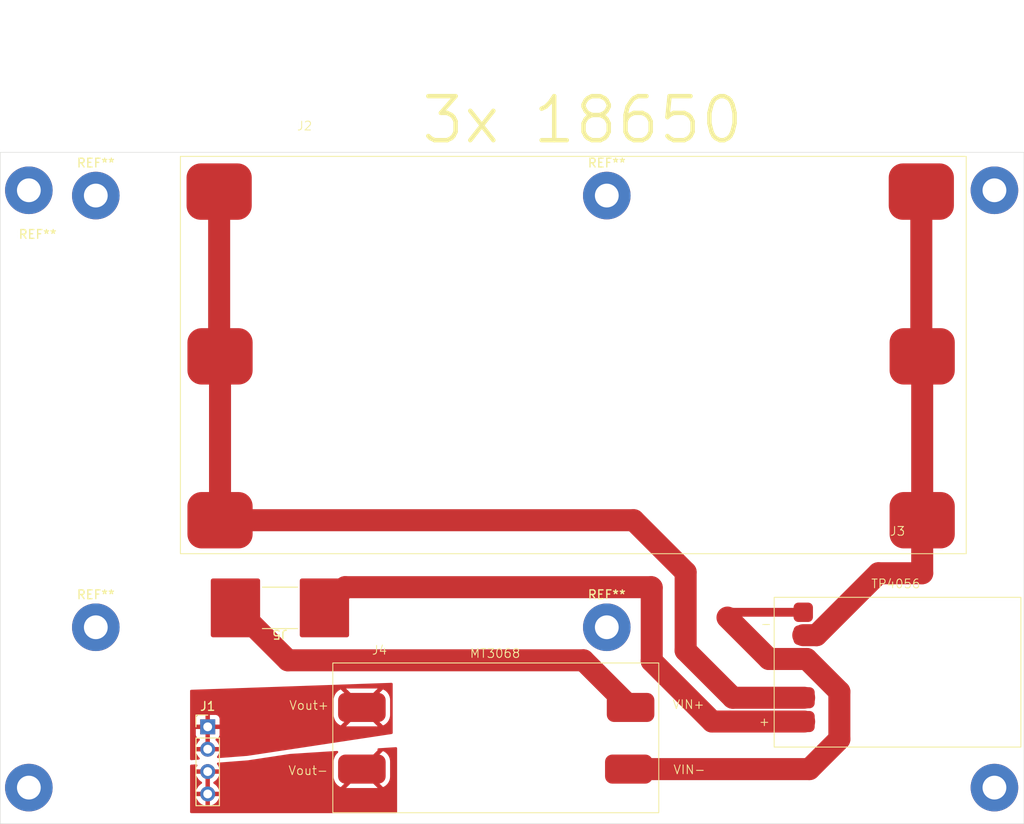
<source format=kicad_pcb>
(kicad_pcb (version 20240108) (generator "pcbnew") (generator_version "8.0")
  (layers (0 "F.Cu" signal) (31 "B.Cu" signal) (34 "B.Paste" user) (35 "F.Paste" user) (36 "B.SilkS" user "B.Silkscreen") (37 "F.SilkS" user "F.Silkscreen") (38 "B.Mask" user) (39 "F.Mask" user) (44 "Edge.Cuts" user))
  (net 0 "")
  (net 1 "GND")
  (net 2 "+5V")
  (net 3 "Bat+")
  (net 4 "Bat-")
  (net 5 "Out-")
  (net 6 "Out+")
  (net 7 "Net-(J3-Pin_4)")
  (footprint "" (layer "F.Cu") (at 219.3 109.1)
    (property "Reference" "" (at 0 0 0) (layer "F.SilkS") (effects (font (size 1.27 1.27))))
    (property "Value" "")
    (pad "1" thru_hole circle (at 0 0) (size 5.4 5.4) (drill 2.7) (layers "*.Cu" "*.Mask"))
  )
  (footprint "" (layer "F.Cu") (at 219.3 41.3)
    (property "Reference" "" (at 0 0 0) (layer "F.SilkS") (effects (font (size 1.27 1.27))))
    (property "Value" "")
    (pad "1" thru_hole circle (at 0 0) (size 5.4 5.4) (drill 2.7) (layers "*.Cu" "*.Mask"))
  )
  (footprint "MountingHole:MountingHole_2.7mm_Pad" (layer "F.Cu") (at 175.3 90.9)
    (property "Reference" "REF**" (at 0 -3.7 0) (layer "F.SilkS"))
    (property "Value" "MountingHole_2.7mm_Pad")
    (pad "1" thru_hole circle (at 0 0) (size 5.4 5.4) (drill 2.7) (layers "*.Cu" "*.Mask"))
  )
  (footprint "" (layer "F.Cu") (at 109.7 109.1)
    (property "Reference" "" (at 0 0 0) (layer "F.SilkS") (effects (font (size 1.27 1.27))))
    (property "Value" "")
    (pad "1" thru_hole circle (at 0 0) (size 5.4 5.4) (drill 2.7) (layers "*.Cu" "*.Mask"))
  )
  (footprint "TP4056:TP4056-module" (layer "F.Cu") (at 208.3 96)
    (property "Reference" "J3" (at 0 -16 0) (layer "F.SilkS") (effects (font (thickness 0.1))))
    (property "Value" "Conn_01x04_Pin")
    (fp_rect (start -14 -8.5) (end 14 8.5) (stroke (width 0.1)) (fill none) (layer "F.SilkS"))
    (fp_text user "-" (at -15.6 -4.9 0) (layer "F.SilkS") (effects (font (thickness 0.1)) (justify left bottom)))
    (fp_text user "+" (at -15.8 6.2 0) (layer "F.SilkS") (effects (font (thickness 0.1)) (justify left bottom)))
    (fp_text user "TP4056" (at -3.05 -9.45 0) (layer "F.SilkS") (effects (font (thickness 0.1)) (justify left bottom)))
    (pad "1" smd roundrect (at -10.7 -6.8) (size 2.2 2.2) (layers "F.Cu" "F.Paste" "F.Mask") (net 5 "Out-"))
    (pad "2" smd roundrect (at -10.6 2.9) (size 2.4 2.4) (layers "F.Cu" "F.Paste" "F.Mask") (net 3 "Bat+"))
    (pad "3" smd roundrect (at -10.7 -4.2) (size 2.2 2.2) (layers "F.Cu" "F.Paste" "F.Mask") (net 4 "Bat-"))
    (pad "4" smd roundrect (at -10.6 5.6) (size 2.4 2.4) (layers "F.Cu" "F.Paste" "F.Mask") (net 7 "Net-(J3-Pin_4)"))
  )
  (footprint "MountingHole:MountingHole_2.7mm_Pad" (layer "F.Cu") (at 117.3 90.9)
    (property "Reference" "REF**" (at 0 -3.7 0) (layer "F.SilkS"))
    (property "Value" "MountingHole_2.7mm_Pad")
    (pad "1" thru_hole circle (at 0 0) (size 5.4 5.4) (drill 2.7) (layers "*.Cu" "*.Mask"))
  )
  (footprint "MountingHole:MountingHole_2.7mm_Pad" (layer "F.Cu") (at 175.3 41.9)
    (property "Reference" "REF**" (at 0 -3.7 0) (layer "F.SilkS"))
    (property "Value" "MountingHole_2.7mm_Pad")
    (pad "1" thru_hole circle (at 0 0) (size 5.4 5.4) (drill 2.7) (layers "*.Cu" "*.Mask"))
  )
  (footprint "Connector_PinHeader_2.54mm:PinHeader_1x04_P2.54mm_Vertical" (layer "F.Cu") (at 130 102.2)
    (property "Reference" "J1" (at 0 -2.33 0) (layer "F.SilkS"))
    (property "Value" "RPi 4B+")
    (fp_line (start -1.33 -1.33) (end 0 -1.33) (stroke (width 0.12)) (layer "F.SilkS"))
    (fp_line (start -1.33 0) (end -1.33 -1.33) (stroke (width 0.12)) (layer "F.SilkS"))
    (fp_line (start -1.33 1.27) (end -1.33 8.95) (stroke (width 0.12)) (layer "F.SilkS"))
    (fp_line (start -1.33 1.27) (end 1.33 1.27) (stroke (width 0.12)) (layer "F.SilkS"))
    (fp_line (start -1.33 8.95) (end 1.33 8.95) (stroke (width 0.12)) (layer "F.SilkS"))
    (fp_line (start 1.33 1.27) (end 1.33 8.95) (stroke (width 0.12)) (layer "F.SilkS"))
    (pad "1" thru_hole rect (at 0 0) (size 1.7 1.7) (drill 1) (layers "*.Cu" "*.Mask") (net 2 "+5V"))
    (pad "2" thru_hole oval (at 0 2.54) (size 1.7 1.7) (drill 1) (layers "*.Cu" "*.Mask") (net 2 "+5V"))
    (pad "3" thru_hole oval (at 0 5.08) (size 1.7 1.7) (drill 1) (layers "*.Cu" "*.Mask") (net 1 "GND"))
    (pad "4" thru_hole oval (at 0 7.62) (size 1.7 1.7) (drill 1) (layers "*.Cu" "*.Mask") (net 1 "GND"))
  )
  (footprint "MountingHole:MountingHole_2.7mm_Pad" (layer "F.Cu") (at 117.3 41.9)
    (property "Reference" "REF**" (at 0 -3.7 0) (layer "F.SilkS"))
    (property "Value" "MountingHole_2.7mm_Pad")
    (pad "1" thru_hole circle (at 0 0) (size 5.4 5.4) (drill 2.7) (layers "*.Cu" "*.Mask"))
  )
  (footprint "TP4056:18650s 3x" (layer "F.Cu") (at 127.6 38.35)
    (property "Reference" "J2" (at 13.4 -4.35 0) (layer "F.SilkS") (effects (font (thickness 0.1))))
    (property "Value" "Battery")
    (fp_rect (start -0.7 -0.9) (end 88.5 44.2) (stroke (width 0.1)) (fill none) (layer "F.SilkS"))
    (fp_text user "3x 18650" (at 26.4 -2.1 0) (layer "F.SilkS") (effects (font (size 5 5) (thickness 0.5)) (justify left bottom)))
    (pad "1" smd roundrect (at 3.7 3.1) (size 7.4 6.4) (layers "F.Cu" "F.Paste" "F.Mask") (net 3 "Bat+"))
    (pad "1" smd roundrect (at 3.8 21.8) (size 7.4 6.4) (layers "F.Cu" "F.Paste" "F.Mask") (net 3 "Bat+"))
    (pad "1" smd roundrect (at 3.8 40.4) (size 7.4 6.4) (layers "F.Cu" "F.Paste" "F.Mask") (net 3 "Bat+"))
    (pad "2" smd roundrect (at 83.4 3.1) (size 7.4 6.4) (layers "F.Cu" "F.Paste" "F.Mask") (net 4 "Bat-"))
    (pad "2" smd roundrect (at 83.5 21.8) (size 7.4 6.4) (layers "F.Cu" "F.Paste" "F.Mask") (net 4 "Bat-"))
    (pad "2" smd roundrect (at 83.5 40.4) (size 7.4 6.4) (layers "F.Cu" "F.Paste" "F.Mask") (net 4 "Bat-"))
  )
  (footprint "Fuse:Fuse_Littelfuse-NANO2-462" (layer "F.Cu") (at 138.2 88.7 180)
    (property "Reference" "J5" (at 0 -3 180) (layer "F.SilkS"))
    (property "Value" "Switch on/off")
    (fp_line (start -1.99 2.35) (end 1.99 2.35) (stroke (width 0.12)) (layer "F.SilkS"))
    (fp_line (start -1.99 -2.35) (end 1.99 -2.35) (stroke (width 0.12)) (layer "F.SilkS"))
    (pad "1" smd roundrect (at -5.05 0 180) (size 5.6 6.68) (layers "F.Cu" "F.Paste" "F.Mask") (roundrect_rratio 0.04464285714) (net 7 "Net-(J3-Pin_4)"))
    (pad "2" smd roundrect (at 5.05 0 180) (size 5.6 6.68) (layers "F.Cu" "F.Paste" "F.Mask") (roundrect_rratio 0.04464285714) (net 6 "Out+"))
  )
  (footprint "MountingHole:MountingHole_2.7mm_Pad" (layer "F.Cu") (at 109.7 41.3)
    (property "Reference" "REF**" (at 1 5 0) (layer "F.SilkS"))
    (property "Value" "MountingHole_2.7mm_Pad")
    (pad "1" thru_hole circle (at 0 0) (size 5.4 5.4) (drill 2.7) (layers "*.Cu" "*.Mask"))
  )
  (footprint "TP4056:MT3068" (layer "F.Cu") (at 162.7 103.45)
    (property "Reference" "J4" (at -13.2 -9.95 0) (layer "F.SilkS") (effects (font (thickness 0.1))))
    (property "Value" "MT3068")
    (fp_rect (start -18.5 -8.5) (end 18.5 8.5) (stroke (width 0.1)) (fill none) (layer "F.SilkS"))
    (fp_text user "Vout+" (at -23.5 -3.1 0) (layer "F.SilkS") (effects (font (thickness 0.1)) (justify left bottom)))
    (fp_text user "Vout-" (at -23.6 4.3 0) (layer "F.SilkS") (effects (font (thickness 0.1)) (justify left bottom)))
    (fp_text user "VIN-" (at 20.1 4.2 0) (layer "F.SilkS") (effects (font (thickness 0.1)) (justify left bottom)))
    (fp_text user "MT3068" (at -3 -9 0) (layer "F.SilkS") (effects (font (thickness 0.1)) (justify left bottom)))
    (fp_text user "VIN+" (at 20 -3.2 0) (layer "F.SilkS") (effects (font (thickness 0.1)) (justify left bottom)))
    (pad "1" smd roundrect (at -15.2 -3.45) (size 5.4 3.3) (layers "F.Cu" "F.Paste" "F.Mask") (net 2 "+5V"))
    (pad "2" smd roundrect (at -15.2 3.55) (size 5.4 3.3) (layers "F.Cu" "F.Paste" "F.Mask") (net 1 "GND"))
    (pad "3" smd roundrect (at 15.3 -3.45) (size 5.4 3.3) (layers "F.Cu" "F.Paste" "F.Mask") (net 6 "Out+"))
    (pad "4" smd roundrect (at 15.1 3.55) (size 5.4 3.3) (layers "F.Cu" "F.Paste" "F.Mask") (net 5 "Out-"))
  )
  (gr_rect (start 106.45 37) (end 222.65 113.2) (stroke (width 0.05)) (fill none) (layer "Edge.Cuts"))
  (segment (start 189.6 98.9) (end 184.25 93.55) (width 2.5) (layer "F.Cu") (net 3))
  (segment (start 131.3 41.45) (end 131.3 60.05) (width 2.5) (layer "F.Cu") (net 3))
  (segment (start 184.25 93.55) (end 184.25 84.65) (width 2.5) (layer "F.Cu") (net 3))
  (segment (start 131.4 78.75) (end 131.4 60.15) (width 2.5) (layer "F.Cu") (net 3))
  (segment (start 197.7 98.9) (end 189.6 98.9) (width 2.5) (layer "F.Cu") (net 3))
  (segment (start 184.25 84.65) (end 178.35 78.75) (width 2.5) (layer "F.Cu") (net 3))
  (segment (start 131.95 79.3) (end 131.4 78.75) (width 2.5) (layer "F.Cu") (net 3))
  (segment (start 131.3 60.05) (end 131.4 60.15) (width 2.5) (layer "F.Cu") (net 3))
  (segment (start 178.35 78.75) (end 131.4 78.75) (width 2.5) (layer "F.Cu") (net 3))
  (segment (start 211.1 84.768987) (end 206.131013 84.768987) (width 2.5) (layer "F.Cu") (net 4))
  (segment (start 211.1 60.15) (end 211.1 78.75) (width 2.5) (layer "F.Cu") (net 4))
  (segment (start 211 41.45) (end 211 60.05) (width 2.5) (layer "F.Cu") (net 4))
  (segment (start 206.131013 84.768987) (end 199.1 91.8) (width 2.5) (layer "F.Cu") (net 4))
  (segment (start 211.1 78.75) (end 211.1 84.768987) (width 2.5) (layer "F.Cu") (net 4))
  (segment (start 199.1 91.8) (end 197.6 91.8) (width 2.5) (layer "F.Cu") (net 4))
  (segment (start 211 60.05) (end 211.1 60.15) (width 2.5) (layer "F.Cu") (net 4))
  (segment (start 201.69677 103.60323) (end 201.69677 98.20323) (width 2.5) (layer "F.Cu") (net 5))
  (segment (start 197.99354 94.5) (end 193.7 94.5) (width 2.5) (layer "F.Cu") (net 5))
  (segment (start 193.7 94.5) (end 189 89.8) (width 2.5) (layer "F.Cu") (net 5))
  (segment (start 198.3 107) (end 201.69677 103.60323) (width 2.5) (layer "F.Cu") (net 5))
  (segment (start 197.6 89.2) (end 189.6 89.2) (width 1) (layer "F.Cu") (net 5))
  (segment (start 177.8 107) (end 198.3 107) (width 2.5) (layer "F.Cu") (net 5))
  (segment (start 189.6 89.2) (end 189 89.8) (width 1) (layer "F.Cu") (net 5))
  (segment (start 201.69677 98.20323) (end 197.99354 94.5) (width 2.5) (layer "F.Cu") (net 5))
  (segment (start 133.15 88.7) (end 139.1 94.65) (width 2.5) (layer "F.Cu") (net 6))
  (segment (start 172.65 94.65) (end 178 100) (width 2.5) (layer "F.Cu") (net 6))
  (segment (start 139.1 94.65) (end 172.65 94.65) (width 2.5) (layer "F.Cu") (net 6))
  (segment (start 180.4 94.74) (end 180.4 86.4) (width 2.5) (layer "F.Cu") (net 7))
  (segment (start 180.35 86.35) (end 145.6 86.35) (width 2.5) (layer "F.Cu") (net 7))
  (segment (start 180.4 86.4) (end 180.35 86.35) (width 2.5) (layer "F.Cu") (net 7))
  (segment (start 145.6 86.35) (end 143.25 88.7) (width 2.5) (layer "F.Cu") (net 7))
  (segment (start 187.26 101.6) (end 180.4 94.74) (width 2.5) (layer "F.Cu") (net 7))
  (segment (start 197.7 101.6) (end 187.26 101.6) (width 2.5) (layer "F.Cu") (net 7))
  (zone (net 1) (net_name "GND") (layer "F.Cu") (connect_pads (clearance 0.5)) (min_thickness 0.25) (fill yes (thermal_gap 0.5) (thermal_bridge_width 0.5))
    (polygon (pts (xy 128 106) (xy 151.5 104.5) (xy 151.5 112) (xy 128 112)))
  )
  (zone (net 2) (net_name "+5V") (layer "F.Cu") (priority 1) (connect_pads (clearance 0.5)) (min_thickness 0.25) (fill yes (thermal_gap 0.5) (thermal_bridge_width 0.5))
    (polygon (pts (xy 151 103) (xy 134.5 105.5) (xy 128 106) (xy 128 98) (xy 151 97.2)))
  )
)
</source>
